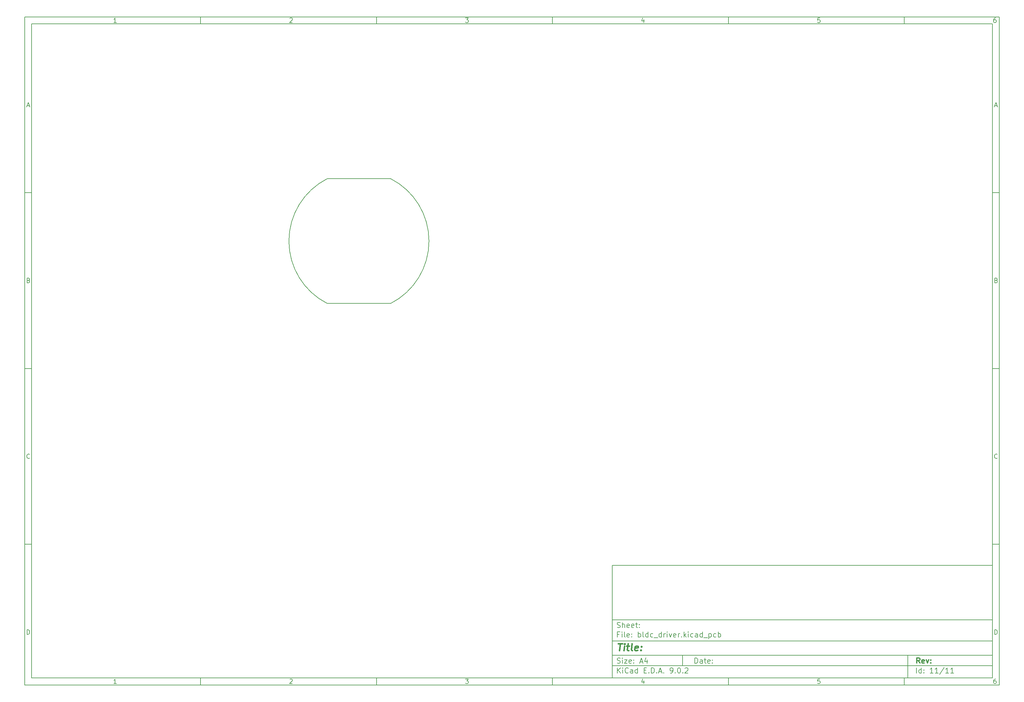
<source format=gbr>
%TF.GenerationSoftware,KiCad,Pcbnew,9.0.2-9.0.2-0~ubuntu22.04.1*%
%TF.CreationDate,2025-06-23T17:33:18+10:00*%
%TF.ProjectId,bldc_driver,626c6463-5f64-4726-9976-65722e6b6963,rev?*%
%TF.SameCoordinates,Original*%
%TF.FileFunction,Profile,NP*%
%FSLAX46Y46*%
G04 Gerber Fmt 4.6, Leading zero omitted, Abs format (unit mm)*
G04 Created by KiCad (PCBNEW 9.0.2-9.0.2-0~ubuntu22.04.1) date 2025-06-23 17:33:18*
%MOMM*%
%LPD*%
G01*
G04 APERTURE LIST*
%ADD10C,0.100000*%
%ADD11C,0.150000*%
%ADD12C,0.300000*%
%ADD13C,0.400000*%
%TA.AperFunction,Profile*%
%ADD14C,0.200000*%
%TD*%
G04 APERTURE END LIST*
D10*
D11*
X177002200Y-166007200D02*
X285002200Y-166007200D01*
X285002200Y-198007200D01*
X177002200Y-198007200D01*
X177002200Y-166007200D01*
D10*
D11*
X10000000Y-10000000D02*
X287002200Y-10000000D01*
X287002200Y-200007200D01*
X10000000Y-200007200D01*
X10000000Y-10000000D01*
D10*
D11*
X12000000Y-12000000D02*
X285002200Y-12000000D01*
X285002200Y-198007200D01*
X12000000Y-198007200D01*
X12000000Y-12000000D01*
D10*
D11*
X60000000Y-12000000D02*
X60000000Y-10000000D01*
D10*
D11*
X110000000Y-12000000D02*
X110000000Y-10000000D01*
D10*
D11*
X160000000Y-12000000D02*
X160000000Y-10000000D01*
D10*
D11*
X210000000Y-12000000D02*
X210000000Y-10000000D01*
D10*
D11*
X260000000Y-12000000D02*
X260000000Y-10000000D01*
D10*
D11*
X36089160Y-11593604D02*
X35346303Y-11593604D01*
X35717731Y-11593604D02*
X35717731Y-10293604D01*
X35717731Y-10293604D02*
X35593922Y-10479319D01*
X35593922Y-10479319D02*
X35470112Y-10603128D01*
X35470112Y-10603128D02*
X35346303Y-10665033D01*
D10*
D11*
X85346303Y-10417414D02*
X85408207Y-10355509D01*
X85408207Y-10355509D02*
X85532017Y-10293604D01*
X85532017Y-10293604D02*
X85841541Y-10293604D01*
X85841541Y-10293604D02*
X85965350Y-10355509D01*
X85965350Y-10355509D02*
X86027255Y-10417414D01*
X86027255Y-10417414D02*
X86089160Y-10541223D01*
X86089160Y-10541223D02*
X86089160Y-10665033D01*
X86089160Y-10665033D02*
X86027255Y-10850747D01*
X86027255Y-10850747D02*
X85284398Y-11593604D01*
X85284398Y-11593604D02*
X86089160Y-11593604D01*
D10*
D11*
X135284398Y-10293604D02*
X136089160Y-10293604D01*
X136089160Y-10293604D02*
X135655826Y-10788842D01*
X135655826Y-10788842D02*
X135841541Y-10788842D01*
X135841541Y-10788842D02*
X135965350Y-10850747D01*
X135965350Y-10850747D02*
X136027255Y-10912652D01*
X136027255Y-10912652D02*
X136089160Y-11036461D01*
X136089160Y-11036461D02*
X136089160Y-11345985D01*
X136089160Y-11345985D02*
X136027255Y-11469795D01*
X136027255Y-11469795D02*
X135965350Y-11531700D01*
X135965350Y-11531700D02*
X135841541Y-11593604D01*
X135841541Y-11593604D02*
X135470112Y-11593604D01*
X135470112Y-11593604D02*
X135346303Y-11531700D01*
X135346303Y-11531700D02*
X135284398Y-11469795D01*
D10*
D11*
X185965350Y-10726938D02*
X185965350Y-11593604D01*
X185655826Y-10231700D02*
X185346303Y-11160271D01*
X185346303Y-11160271D02*
X186151064Y-11160271D01*
D10*
D11*
X236027255Y-10293604D02*
X235408207Y-10293604D01*
X235408207Y-10293604D02*
X235346303Y-10912652D01*
X235346303Y-10912652D02*
X235408207Y-10850747D01*
X235408207Y-10850747D02*
X235532017Y-10788842D01*
X235532017Y-10788842D02*
X235841541Y-10788842D01*
X235841541Y-10788842D02*
X235965350Y-10850747D01*
X235965350Y-10850747D02*
X236027255Y-10912652D01*
X236027255Y-10912652D02*
X236089160Y-11036461D01*
X236089160Y-11036461D02*
X236089160Y-11345985D01*
X236089160Y-11345985D02*
X236027255Y-11469795D01*
X236027255Y-11469795D02*
X235965350Y-11531700D01*
X235965350Y-11531700D02*
X235841541Y-11593604D01*
X235841541Y-11593604D02*
X235532017Y-11593604D01*
X235532017Y-11593604D02*
X235408207Y-11531700D01*
X235408207Y-11531700D02*
X235346303Y-11469795D01*
D10*
D11*
X285965350Y-10293604D02*
X285717731Y-10293604D01*
X285717731Y-10293604D02*
X285593922Y-10355509D01*
X285593922Y-10355509D02*
X285532017Y-10417414D01*
X285532017Y-10417414D02*
X285408207Y-10603128D01*
X285408207Y-10603128D02*
X285346303Y-10850747D01*
X285346303Y-10850747D02*
X285346303Y-11345985D01*
X285346303Y-11345985D02*
X285408207Y-11469795D01*
X285408207Y-11469795D02*
X285470112Y-11531700D01*
X285470112Y-11531700D02*
X285593922Y-11593604D01*
X285593922Y-11593604D02*
X285841541Y-11593604D01*
X285841541Y-11593604D02*
X285965350Y-11531700D01*
X285965350Y-11531700D02*
X286027255Y-11469795D01*
X286027255Y-11469795D02*
X286089160Y-11345985D01*
X286089160Y-11345985D02*
X286089160Y-11036461D01*
X286089160Y-11036461D02*
X286027255Y-10912652D01*
X286027255Y-10912652D02*
X285965350Y-10850747D01*
X285965350Y-10850747D02*
X285841541Y-10788842D01*
X285841541Y-10788842D02*
X285593922Y-10788842D01*
X285593922Y-10788842D02*
X285470112Y-10850747D01*
X285470112Y-10850747D02*
X285408207Y-10912652D01*
X285408207Y-10912652D02*
X285346303Y-11036461D01*
D10*
D11*
X60000000Y-198007200D02*
X60000000Y-200007200D01*
D10*
D11*
X110000000Y-198007200D02*
X110000000Y-200007200D01*
D10*
D11*
X160000000Y-198007200D02*
X160000000Y-200007200D01*
D10*
D11*
X210000000Y-198007200D02*
X210000000Y-200007200D01*
D10*
D11*
X260000000Y-198007200D02*
X260000000Y-200007200D01*
D10*
D11*
X36089160Y-199600804D02*
X35346303Y-199600804D01*
X35717731Y-199600804D02*
X35717731Y-198300804D01*
X35717731Y-198300804D02*
X35593922Y-198486519D01*
X35593922Y-198486519D02*
X35470112Y-198610328D01*
X35470112Y-198610328D02*
X35346303Y-198672233D01*
D10*
D11*
X85346303Y-198424614D02*
X85408207Y-198362709D01*
X85408207Y-198362709D02*
X85532017Y-198300804D01*
X85532017Y-198300804D02*
X85841541Y-198300804D01*
X85841541Y-198300804D02*
X85965350Y-198362709D01*
X85965350Y-198362709D02*
X86027255Y-198424614D01*
X86027255Y-198424614D02*
X86089160Y-198548423D01*
X86089160Y-198548423D02*
X86089160Y-198672233D01*
X86089160Y-198672233D02*
X86027255Y-198857947D01*
X86027255Y-198857947D02*
X85284398Y-199600804D01*
X85284398Y-199600804D02*
X86089160Y-199600804D01*
D10*
D11*
X135284398Y-198300804D02*
X136089160Y-198300804D01*
X136089160Y-198300804D02*
X135655826Y-198796042D01*
X135655826Y-198796042D02*
X135841541Y-198796042D01*
X135841541Y-198796042D02*
X135965350Y-198857947D01*
X135965350Y-198857947D02*
X136027255Y-198919852D01*
X136027255Y-198919852D02*
X136089160Y-199043661D01*
X136089160Y-199043661D02*
X136089160Y-199353185D01*
X136089160Y-199353185D02*
X136027255Y-199476995D01*
X136027255Y-199476995D02*
X135965350Y-199538900D01*
X135965350Y-199538900D02*
X135841541Y-199600804D01*
X135841541Y-199600804D02*
X135470112Y-199600804D01*
X135470112Y-199600804D02*
X135346303Y-199538900D01*
X135346303Y-199538900D02*
X135284398Y-199476995D01*
D10*
D11*
X185965350Y-198734138D02*
X185965350Y-199600804D01*
X185655826Y-198238900D02*
X185346303Y-199167471D01*
X185346303Y-199167471D02*
X186151064Y-199167471D01*
D10*
D11*
X236027255Y-198300804D02*
X235408207Y-198300804D01*
X235408207Y-198300804D02*
X235346303Y-198919852D01*
X235346303Y-198919852D02*
X235408207Y-198857947D01*
X235408207Y-198857947D02*
X235532017Y-198796042D01*
X235532017Y-198796042D02*
X235841541Y-198796042D01*
X235841541Y-198796042D02*
X235965350Y-198857947D01*
X235965350Y-198857947D02*
X236027255Y-198919852D01*
X236027255Y-198919852D02*
X236089160Y-199043661D01*
X236089160Y-199043661D02*
X236089160Y-199353185D01*
X236089160Y-199353185D02*
X236027255Y-199476995D01*
X236027255Y-199476995D02*
X235965350Y-199538900D01*
X235965350Y-199538900D02*
X235841541Y-199600804D01*
X235841541Y-199600804D02*
X235532017Y-199600804D01*
X235532017Y-199600804D02*
X235408207Y-199538900D01*
X235408207Y-199538900D02*
X235346303Y-199476995D01*
D10*
D11*
X285965350Y-198300804D02*
X285717731Y-198300804D01*
X285717731Y-198300804D02*
X285593922Y-198362709D01*
X285593922Y-198362709D02*
X285532017Y-198424614D01*
X285532017Y-198424614D02*
X285408207Y-198610328D01*
X285408207Y-198610328D02*
X285346303Y-198857947D01*
X285346303Y-198857947D02*
X285346303Y-199353185D01*
X285346303Y-199353185D02*
X285408207Y-199476995D01*
X285408207Y-199476995D02*
X285470112Y-199538900D01*
X285470112Y-199538900D02*
X285593922Y-199600804D01*
X285593922Y-199600804D02*
X285841541Y-199600804D01*
X285841541Y-199600804D02*
X285965350Y-199538900D01*
X285965350Y-199538900D02*
X286027255Y-199476995D01*
X286027255Y-199476995D02*
X286089160Y-199353185D01*
X286089160Y-199353185D02*
X286089160Y-199043661D01*
X286089160Y-199043661D02*
X286027255Y-198919852D01*
X286027255Y-198919852D02*
X285965350Y-198857947D01*
X285965350Y-198857947D02*
X285841541Y-198796042D01*
X285841541Y-198796042D02*
X285593922Y-198796042D01*
X285593922Y-198796042D02*
X285470112Y-198857947D01*
X285470112Y-198857947D02*
X285408207Y-198919852D01*
X285408207Y-198919852D02*
X285346303Y-199043661D01*
D10*
D11*
X10000000Y-60000000D02*
X12000000Y-60000000D01*
D10*
D11*
X10000000Y-110000000D02*
X12000000Y-110000000D01*
D10*
D11*
X10000000Y-160000000D02*
X12000000Y-160000000D01*
D10*
D11*
X10690476Y-35222176D02*
X11309523Y-35222176D01*
X10566666Y-35593604D02*
X10999999Y-34293604D01*
X10999999Y-34293604D02*
X11433333Y-35593604D01*
D10*
D11*
X11092857Y-84912652D02*
X11278571Y-84974557D01*
X11278571Y-84974557D02*
X11340476Y-85036461D01*
X11340476Y-85036461D02*
X11402380Y-85160271D01*
X11402380Y-85160271D02*
X11402380Y-85345985D01*
X11402380Y-85345985D02*
X11340476Y-85469795D01*
X11340476Y-85469795D02*
X11278571Y-85531700D01*
X11278571Y-85531700D02*
X11154761Y-85593604D01*
X11154761Y-85593604D02*
X10659523Y-85593604D01*
X10659523Y-85593604D02*
X10659523Y-84293604D01*
X10659523Y-84293604D02*
X11092857Y-84293604D01*
X11092857Y-84293604D02*
X11216666Y-84355509D01*
X11216666Y-84355509D02*
X11278571Y-84417414D01*
X11278571Y-84417414D02*
X11340476Y-84541223D01*
X11340476Y-84541223D02*
X11340476Y-84665033D01*
X11340476Y-84665033D02*
X11278571Y-84788842D01*
X11278571Y-84788842D02*
X11216666Y-84850747D01*
X11216666Y-84850747D02*
X11092857Y-84912652D01*
X11092857Y-84912652D02*
X10659523Y-84912652D01*
D10*
D11*
X11402380Y-135469795D02*
X11340476Y-135531700D01*
X11340476Y-135531700D02*
X11154761Y-135593604D01*
X11154761Y-135593604D02*
X11030952Y-135593604D01*
X11030952Y-135593604D02*
X10845238Y-135531700D01*
X10845238Y-135531700D02*
X10721428Y-135407890D01*
X10721428Y-135407890D02*
X10659523Y-135284080D01*
X10659523Y-135284080D02*
X10597619Y-135036461D01*
X10597619Y-135036461D02*
X10597619Y-134850747D01*
X10597619Y-134850747D02*
X10659523Y-134603128D01*
X10659523Y-134603128D02*
X10721428Y-134479319D01*
X10721428Y-134479319D02*
X10845238Y-134355509D01*
X10845238Y-134355509D02*
X11030952Y-134293604D01*
X11030952Y-134293604D02*
X11154761Y-134293604D01*
X11154761Y-134293604D02*
X11340476Y-134355509D01*
X11340476Y-134355509D02*
X11402380Y-134417414D01*
D10*
D11*
X10659523Y-185593604D02*
X10659523Y-184293604D01*
X10659523Y-184293604D02*
X10969047Y-184293604D01*
X10969047Y-184293604D02*
X11154761Y-184355509D01*
X11154761Y-184355509D02*
X11278571Y-184479319D01*
X11278571Y-184479319D02*
X11340476Y-184603128D01*
X11340476Y-184603128D02*
X11402380Y-184850747D01*
X11402380Y-184850747D02*
X11402380Y-185036461D01*
X11402380Y-185036461D02*
X11340476Y-185284080D01*
X11340476Y-185284080D02*
X11278571Y-185407890D01*
X11278571Y-185407890D02*
X11154761Y-185531700D01*
X11154761Y-185531700D02*
X10969047Y-185593604D01*
X10969047Y-185593604D02*
X10659523Y-185593604D01*
D10*
D11*
X287002200Y-60000000D02*
X285002200Y-60000000D01*
D10*
D11*
X287002200Y-110000000D02*
X285002200Y-110000000D01*
D10*
D11*
X287002200Y-160000000D02*
X285002200Y-160000000D01*
D10*
D11*
X285692676Y-35222176D02*
X286311723Y-35222176D01*
X285568866Y-35593604D02*
X286002199Y-34293604D01*
X286002199Y-34293604D02*
X286435533Y-35593604D01*
D10*
D11*
X286095057Y-84912652D02*
X286280771Y-84974557D01*
X286280771Y-84974557D02*
X286342676Y-85036461D01*
X286342676Y-85036461D02*
X286404580Y-85160271D01*
X286404580Y-85160271D02*
X286404580Y-85345985D01*
X286404580Y-85345985D02*
X286342676Y-85469795D01*
X286342676Y-85469795D02*
X286280771Y-85531700D01*
X286280771Y-85531700D02*
X286156961Y-85593604D01*
X286156961Y-85593604D02*
X285661723Y-85593604D01*
X285661723Y-85593604D02*
X285661723Y-84293604D01*
X285661723Y-84293604D02*
X286095057Y-84293604D01*
X286095057Y-84293604D02*
X286218866Y-84355509D01*
X286218866Y-84355509D02*
X286280771Y-84417414D01*
X286280771Y-84417414D02*
X286342676Y-84541223D01*
X286342676Y-84541223D02*
X286342676Y-84665033D01*
X286342676Y-84665033D02*
X286280771Y-84788842D01*
X286280771Y-84788842D02*
X286218866Y-84850747D01*
X286218866Y-84850747D02*
X286095057Y-84912652D01*
X286095057Y-84912652D02*
X285661723Y-84912652D01*
D10*
D11*
X286404580Y-135469795D02*
X286342676Y-135531700D01*
X286342676Y-135531700D02*
X286156961Y-135593604D01*
X286156961Y-135593604D02*
X286033152Y-135593604D01*
X286033152Y-135593604D02*
X285847438Y-135531700D01*
X285847438Y-135531700D02*
X285723628Y-135407890D01*
X285723628Y-135407890D02*
X285661723Y-135284080D01*
X285661723Y-135284080D02*
X285599819Y-135036461D01*
X285599819Y-135036461D02*
X285599819Y-134850747D01*
X285599819Y-134850747D02*
X285661723Y-134603128D01*
X285661723Y-134603128D02*
X285723628Y-134479319D01*
X285723628Y-134479319D02*
X285847438Y-134355509D01*
X285847438Y-134355509D02*
X286033152Y-134293604D01*
X286033152Y-134293604D02*
X286156961Y-134293604D01*
X286156961Y-134293604D02*
X286342676Y-134355509D01*
X286342676Y-134355509D02*
X286404580Y-134417414D01*
D10*
D11*
X285661723Y-185593604D02*
X285661723Y-184293604D01*
X285661723Y-184293604D02*
X285971247Y-184293604D01*
X285971247Y-184293604D02*
X286156961Y-184355509D01*
X286156961Y-184355509D02*
X286280771Y-184479319D01*
X286280771Y-184479319D02*
X286342676Y-184603128D01*
X286342676Y-184603128D02*
X286404580Y-184850747D01*
X286404580Y-184850747D02*
X286404580Y-185036461D01*
X286404580Y-185036461D02*
X286342676Y-185284080D01*
X286342676Y-185284080D02*
X286280771Y-185407890D01*
X286280771Y-185407890D02*
X286156961Y-185531700D01*
X286156961Y-185531700D02*
X285971247Y-185593604D01*
X285971247Y-185593604D02*
X285661723Y-185593604D01*
D10*
D11*
X200458026Y-193793328D02*
X200458026Y-192293328D01*
X200458026Y-192293328D02*
X200815169Y-192293328D01*
X200815169Y-192293328D02*
X201029455Y-192364757D01*
X201029455Y-192364757D02*
X201172312Y-192507614D01*
X201172312Y-192507614D02*
X201243741Y-192650471D01*
X201243741Y-192650471D02*
X201315169Y-192936185D01*
X201315169Y-192936185D02*
X201315169Y-193150471D01*
X201315169Y-193150471D02*
X201243741Y-193436185D01*
X201243741Y-193436185D02*
X201172312Y-193579042D01*
X201172312Y-193579042D02*
X201029455Y-193721900D01*
X201029455Y-193721900D02*
X200815169Y-193793328D01*
X200815169Y-193793328D02*
X200458026Y-193793328D01*
X202600884Y-193793328D02*
X202600884Y-193007614D01*
X202600884Y-193007614D02*
X202529455Y-192864757D01*
X202529455Y-192864757D02*
X202386598Y-192793328D01*
X202386598Y-192793328D02*
X202100884Y-192793328D01*
X202100884Y-192793328D02*
X201958026Y-192864757D01*
X202600884Y-193721900D02*
X202458026Y-193793328D01*
X202458026Y-193793328D02*
X202100884Y-193793328D01*
X202100884Y-193793328D02*
X201958026Y-193721900D01*
X201958026Y-193721900D02*
X201886598Y-193579042D01*
X201886598Y-193579042D02*
X201886598Y-193436185D01*
X201886598Y-193436185D02*
X201958026Y-193293328D01*
X201958026Y-193293328D02*
X202100884Y-193221900D01*
X202100884Y-193221900D02*
X202458026Y-193221900D01*
X202458026Y-193221900D02*
X202600884Y-193150471D01*
X203100884Y-192793328D02*
X203672312Y-192793328D01*
X203315169Y-192293328D02*
X203315169Y-193579042D01*
X203315169Y-193579042D02*
X203386598Y-193721900D01*
X203386598Y-193721900D02*
X203529455Y-193793328D01*
X203529455Y-193793328D02*
X203672312Y-193793328D01*
X204743741Y-193721900D02*
X204600884Y-193793328D01*
X204600884Y-193793328D02*
X204315170Y-193793328D01*
X204315170Y-193793328D02*
X204172312Y-193721900D01*
X204172312Y-193721900D02*
X204100884Y-193579042D01*
X204100884Y-193579042D02*
X204100884Y-193007614D01*
X204100884Y-193007614D02*
X204172312Y-192864757D01*
X204172312Y-192864757D02*
X204315170Y-192793328D01*
X204315170Y-192793328D02*
X204600884Y-192793328D01*
X204600884Y-192793328D02*
X204743741Y-192864757D01*
X204743741Y-192864757D02*
X204815170Y-193007614D01*
X204815170Y-193007614D02*
X204815170Y-193150471D01*
X204815170Y-193150471D02*
X204100884Y-193293328D01*
X205458026Y-193650471D02*
X205529455Y-193721900D01*
X205529455Y-193721900D02*
X205458026Y-193793328D01*
X205458026Y-193793328D02*
X205386598Y-193721900D01*
X205386598Y-193721900D02*
X205458026Y-193650471D01*
X205458026Y-193650471D02*
X205458026Y-193793328D01*
X205458026Y-192864757D02*
X205529455Y-192936185D01*
X205529455Y-192936185D02*
X205458026Y-193007614D01*
X205458026Y-193007614D02*
X205386598Y-192936185D01*
X205386598Y-192936185D02*
X205458026Y-192864757D01*
X205458026Y-192864757D02*
X205458026Y-193007614D01*
D10*
D11*
X177002200Y-194507200D02*
X285002200Y-194507200D01*
D10*
D11*
X178458026Y-196593328D02*
X178458026Y-195093328D01*
X179315169Y-196593328D02*
X178672312Y-195736185D01*
X179315169Y-195093328D02*
X178458026Y-195950471D01*
X179958026Y-196593328D02*
X179958026Y-195593328D01*
X179958026Y-195093328D02*
X179886598Y-195164757D01*
X179886598Y-195164757D02*
X179958026Y-195236185D01*
X179958026Y-195236185D02*
X180029455Y-195164757D01*
X180029455Y-195164757D02*
X179958026Y-195093328D01*
X179958026Y-195093328D02*
X179958026Y-195236185D01*
X181529455Y-196450471D02*
X181458027Y-196521900D01*
X181458027Y-196521900D02*
X181243741Y-196593328D01*
X181243741Y-196593328D02*
X181100884Y-196593328D01*
X181100884Y-196593328D02*
X180886598Y-196521900D01*
X180886598Y-196521900D02*
X180743741Y-196379042D01*
X180743741Y-196379042D02*
X180672312Y-196236185D01*
X180672312Y-196236185D02*
X180600884Y-195950471D01*
X180600884Y-195950471D02*
X180600884Y-195736185D01*
X180600884Y-195736185D02*
X180672312Y-195450471D01*
X180672312Y-195450471D02*
X180743741Y-195307614D01*
X180743741Y-195307614D02*
X180886598Y-195164757D01*
X180886598Y-195164757D02*
X181100884Y-195093328D01*
X181100884Y-195093328D02*
X181243741Y-195093328D01*
X181243741Y-195093328D02*
X181458027Y-195164757D01*
X181458027Y-195164757D02*
X181529455Y-195236185D01*
X182815170Y-196593328D02*
X182815170Y-195807614D01*
X182815170Y-195807614D02*
X182743741Y-195664757D01*
X182743741Y-195664757D02*
X182600884Y-195593328D01*
X182600884Y-195593328D02*
X182315170Y-195593328D01*
X182315170Y-195593328D02*
X182172312Y-195664757D01*
X182815170Y-196521900D02*
X182672312Y-196593328D01*
X182672312Y-196593328D02*
X182315170Y-196593328D01*
X182315170Y-196593328D02*
X182172312Y-196521900D01*
X182172312Y-196521900D02*
X182100884Y-196379042D01*
X182100884Y-196379042D02*
X182100884Y-196236185D01*
X182100884Y-196236185D02*
X182172312Y-196093328D01*
X182172312Y-196093328D02*
X182315170Y-196021900D01*
X182315170Y-196021900D02*
X182672312Y-196021900D01*
X182672312Y-196021900D02*
X182815170Y-195950471D01*
X184172313Y-196593328D02*
X184172313Y-195093328D01*
X184172313Y-196521900D02*
X184029455Y-196593328D01*
X184029455Y-196593328D02*
X183743741Y-196593328D01*
X183743741Y-196593328D02*
X183600884Y-196521900D01*
X183600884Y-196521900D02*
X183529455Y-196450471D01*
X183529455Y-196450471D02*
X183458027Y-196307614D01*
X183458027Y-196307614D02*
X183458027Y-195879042D01*
X183458027Y-195879042D02*
X183529455Y-195736185D01*
X183529455Y-195736185D02*
X183600884Y-195664757D01*
X183600884Y-195664757D02*
X183743741Y-195593328D01*
X183743741Y-195593328D02*
X184029455Y-195593328D01*
X184029455Y-195593328D02*
X184172313Y-195664757D01*
X186029455Y-195807614D02*
X186529455Y-195807614D01*
X186743741Y-196593328D02*
X186029455Y-196593328D01*
X186029455Y-196593328D02*
X186029455Y-195093328D01*
X186029455Y-195093328D02*
X186743741Y-195093328D01*
X187386598Y-196450471D02*
X187458027Y-196521900D01*
X187458027Y-196521900D02*
X187386598Y-196593328D01*
X187386598Y-196593328D02*
X187315170Y-196521900D01*
X187315170Y-196521900D02*
X187386598Y-196450471D01*
X187386598Y-196450471D02*
X187386598Y-196593328D01*
X188100884Y-196593328D02*
X188100884Y-195093328D01*
X188100884Y-195093328D02*
X188458027Y-195093328D01*
X188458027Y-195093328D02*
X188672313Y-195164757D01*
X188672313Y-195164757D02*
X188815170Y-195307614D01*
X188815170Y-195307614D02*
X188886599Y-195450471D01*
X188886599Y-195450471D02*
X188958027Y-195736185D01*
X188958027Y-195736185D02*
X188958027Y-195950471D01*
X188958027Y-195950471D02*
X188886599Y-196236185D01*
X188886599Y-196236185D02*
X188815170Y-196379042D01*
X188815170Y-196379042D02*
X188672313Y-196521900D01*
X188672313Y-196521900D02*
X188458027Y-196593328D01*
X188458027Y-196593328D02*
X188100884Y-196593328D01*
X189600884Y-196450471D02*
X189672313Y-196521900D01*
X189672313Y-196521900D02*
X189600884Y-196593328D01*
X189600884Y-196593328D02*
X189529456Y-196521900D01*
X189529456Y-196521900D02*
X189600884Y-196450471D01*
X189600884Y-196450471D02*
X189600884Y-196593328D01*
X190243742Y-196164757D02*
X190958028Y-196164757D01*
X190100885Y-196593328D02*
X190600885Y-195093328D01*
X190600885Y-195093328D02*
X191100885Y-196593328D01*
X191600884Y-196450471D02*
X191672313Y-196521900D01*
X191672313Y-196521900D02*
X191600884Y-196593328D01*
X191600884Y-196593328D02*
X191529456Y-196521900D01*
X191529456Y-196521900D02*
X191600884Y-196450471D01*
X191600884Y-196450471D02*
X191600884Y-196593328D01*
X193529456Y-196593328D02*
X193815170Y-196593328D01*
X193815170Y-196593328D02*
X193958027Y-196521900D01*
X193958027Y-196521900D02*
X194029456Y-196450471D01*
X194029456Y-196450471D02*
X194172313Y-196236185D01*
X194172313Y-196236185D02*
X194243742Y-195950471D01*
X194243742Y-195950471D02*
X194243742Y-195379042D01*
X194243742Y-195379042D02*
X194172313Y-195236185D01*
X194172313Y-195236185D02*
X194100885Y-195164757D01*
X194100885Y-195164757D02*
X193958027Y-195093328D01*
X193958027Y-195093328D02*
X193672313Y-195093328D01*
X193672313Y-195093328D02*
X193529456Y-195164757D01*
X193529456Y-195164757D02*
X193458027Y-195236185D01*
X193458027Y-195236185D02*
X193386599Y-195379042D01*
X193386599Y-195379042D02*
X193386599Y-195736185D01*
X193386599Y-195736185D02*
X193458027Y-195879042D01*
X193458027Y-195879042D02*
X193529456Y-195950471D01*
X193529456Y-195950471D02*
X193672313Y-196021900D01*
X193672313Y-196021900D02*
X193958027Y-196021900D01*
X193958027Y-196021900D02*
X194100885Y-195950471D01*
X194100885Y-195950471D02*
X194172313Y-195879042D01*
X194172313Y-195879042D02*
X194243742Y-195736185D01*
X194886598Y-196450471D02*
X194958027Y-196521900D01*
X194958027Y-196521900D02*
X194886598Y-196593328D01*
X194886598Y-196593328D02*
X194815170Y-196521900D01*
X194815170Y-196521900D02*
X194886598Y-196450471D01*
X194886598Y-196450471D02*
X194886598Y-196593328D01*
X195886599Y-195093328D02*
X196029456Y-195093328D01*
X196029456Y-195093328D02*
X196172313Y-195164757D01*
X196172313Y-195164757D02*
X196243742Y-195236185D01*
X196243742Y-195236185D02*
X196315170Y-195379042D01*
X196315170Y-195379042D02*
X196386599Y-195664757D01*
X196386599Y-195664757D02*
X196386599Y-196021900D01*
X196386599Y-196021900D02*
X196315170Y-196307614D01*
X196315170Y-196307614D02*
X196243742Y-196450471D01*
X196243742Y-196450471D02*
X196172313Y-196521900D01*
X196172313Y-196521900D02*
X196029456Y-196593328D01*
X196029456Y-196593328D02*
X195886599Y-196593328D01*
X195886599Y-196593328D02*
X195743742Y-196521900D01*
X195743742Y-196521900D02*
X195672313Y-196450471D01*
X195672313Y-196450471D02*
X195600884Y-196307614D01*
X195600884Y-196307614D02*
X195529456Y-196021900D01*
X195529456Y-196021900D02*
X195529456Y-195664757D01*
X195529456Y-195664757D02*
X195600884Y-195379042D01*
X195600884Y-195379042D02*
X195672313Y-195236185D01*
X195672313Y-195236185D02*
X195743742Y-195164757D01*
X195743742Y-195164757D02*
X195886599Y-195093328D01*
X197029455Y-196450471D02*
X197100884Y-196521900D01*
X197100884Y-196521900D02*
X197029455Y-196593328D01*
X197029455Y-196593328D02*
X196958027Y-196521900D01*
X196958027Y-196521900D02*
X197029455Y-196450471D01*
X197029455Y-196450471D02*
X197029455Y-196593328D01*
X197672313Y-195236185D02*
X197743741Y-195164757D01*
X197743741Y-195164757D02*
X197886599Y-195093328D01*
X197886599Y-195093328D02*
X198243741Y-195093328D01*
X198243741Y-195093328D02*
X198386599Y-195164757D01*
X198386599Y-195164757D02*
X198458027Y-195236185D01*
X198458027Y-195236185D02*
X198529456Y-195379042D01*
X198529456Y-195379042D02*
X198529456Y-195521900D01*
X198529456Y-195521900D02*
X198458027Y-195736185D01*
X198458027Y-195736185D02*
X197600884Y-196593328D01*
X197600884Y-196593328D02*
X198529456Y-196593328D01*
D10*
D11*
X177002200Y-191507200D02*
X285002200Y-191507200D01*
D10*
D12*
X264413853Y-193785528D02*
X263913853Y-193071242D01*
X263556710Y-193785528D02*
X263556710Y-192285528D01*
X263556710Y-192285528D02*
X264128139Y-192285528D01*
X264128139Y-192285528D02*
X264270996Y-192356957D01*
X264270996Y-192356957D02*
X264342425Y-192428385D01*
X264342425Y-192428385D02*
X264413853Y-192571242D01*
X264413853Y-192571242D02*
X264413853Y-192785528D01*
X264413853Y-192785528D02*
X264342425Y-192928385D01*
X264342425Y-192928385D02*
X264270996Y-192999814D01*
X264270996Y-192999814D02*
X264128139Y-193071242D01*
X264128139Y-193071242D02*
X263556710Y-193071242D01*
X265628139Y-193714100D02*
X265485282Y-193785528D01*
X265485282Y-193785528D02*
X265199568Y-193785528D01*
X265199568Y-193785528D02*
X265056710Y-193714100D01*
X265056710Y-193714100D02*
X264985282Y-193571242D01*
X264985282Y-193571242D02*
X264985282Y-192999814D01*
X264985282Y-192999814D02*
X265056710Y-192856957D01*
X265056710Y-192856957D02*
X265199568Y-192785528D01*
X265199568Y-192785528D02*
X265485282Y-192785528D01*
X265485282Y-192785528D02*
X265628139Y-192856957D01*
X265628139Y-192856957D02*
X265699568Y-192999814D01*
X265699568Y-192999814D02*
X265699568Y-193142671D01*
X265699568Y-193142671D02*
X264985282Y-193285528D01*
X266199567Y-192785528D02*
X266556710Y-193785528D01*
X266556710Y-193785528D02*
X266913853Y-192785528D01*
X267485281Y-193642671D02*
X267556710Y-193714100D01*
X267556710Y-193714100D02*
X267485281Y-193785528D01*
X267485281Y-193785528D02*
X267413853Y-193714100D01*
X267413853Y-193714100D02*
X267485281Y-193642671D01*
X267485281Y-193642671D02*
X267485281Y-193785528D01*
X267485281Y-192856957D02*
X267556710Y-192928385D01*
X267556710Y-192928385D02*
X267485281Y-192999814D01*
X267485281Y-192999814D02*
X267413853Y-192928385D01*
X267413853Y-192928385D02*
X267485281Y-192856957D01*
X267485281Y-192856957D02*
X267485281Y-192999814D01*
D10*
D11*
X178386598Y-193721900D02*
X178600884Y-193793328D01*
X178600884Y-193793328D02*
X178958026Y-193793328D01*
X178958026Y-193793328D02*
X179100884Y-193721900D01*
X179100884Y-193721900D02*
X179172312Y-193650471D01*
X179172312Y-193650471D02*
X179243741Y-193507614D01*
X179243741Y-193507614D02*
X179243741Y-193364757D01*
X179243741Y-193364757D02*
X179172312Y-193221900D01*
X179172312Y-193221900D02*
X179100884Y-193150471D01*
X179100884Y-193150471D02*
X178958026Y-193079042D01*
X178958026Y-193079042D02*
X178672312Y-193007614D01*
X178672312Y-193007614D02*
X178529455Y-192936185D01*
X178529455Y-192936185D02*
X178458026Y-192864757D01*
X178458026Y-192864757D02*
X178386598Y-192721900D01*
X178386598Y-192721900D02*
X178386598Y-192579042D01*
X178386598Y-192579042D02*
X178458026Y-192436185D01*
X178458026Y-192436185D02*
X178529455Y-192364757D01*
X178529455Y-192364757D02*
X178672312Y-192293328D01*
X178672312Y-192293328D02*
X179029455Y-192293328D01*
X179029455Y-192293328D02*
X179243741Y-192364757D01*
X179886597Y-193793328D02*
X179886597Y-192793328D01*
X179886597Y-192293328D02*
X179815169Y-192364757D01*
X179815169Y-192364757D02*
X179886597Y-192436185D01*
X179886597Y-192436185D02*
X179958026Y-192364757D01*
X179958026Y-192364757D02*
X179886597Y-192293328D01*
X179886597Y-192293328D02*
X179886597Y-192436185D01*
X180458026Y-192793328D02*
X181243741Y-192793328D01*
X181243741Y-192793328D02*
X180458026Y-193793328D01*
X180458026Y-193793328D02*
X181243741Y-193793328D01*
X182386598Y-193721900D02*
X182243741Y-193793328D01*
X182243741Y-193793328D02*
X181958027Y-193793328D01*
X181958027Y-193793328D02*
X181815169Y-193721900D01*
X181815169Y-193721900D02*
X181743741Y-193579042D01*
X181743741Y-193579042D02*
X181743741Y-193007614D01*
X181743741Y-193007614D02*
X181815169Y-192864757D01*
X181815169Y-192864757D02*
X181958027Y-192793328D01*
X181958027Y-192793328D02*
X182243741Y-192793328D01*
X182243741Y-192793328D02*
X182386598Y-192864757D01*
X182386598Y-192864757D02*
X182458027Y-193007614D01*
X182458027Y-193007614D02*
X182458027Y-193150471D01*
X182458027Y-193150471D02*
X181743741Y-193293328D01*
X183100883Y-193650471D02*
X183172312Y-193721900D01*
X183172312Y-193721900D02*
X183100883Y-193793328D01*
X183100883Y-193793328D02*
X183029455Y-193721900D01*
X183029455Y-193721900D02*
X183100883Y-193650471D01*
X183100883Y-193650471D02*
X183100883Y-193793328D01*
X183100883Y-192864757D02*
X183172312Y-192936185D01*
X183172312Y-192936185D02*
X183100883Y-193007614D01*
X183100883Y-193007614D02*
X183029455Y-192936185D01*
X183029455Y-192936185D02*
X183100883Y-192864757D01*
X183100883Y-192864757D02*
X183100883Y-193007614D01*
X184886598Y-193364757D02*
X185600884Y-193364757D01*
X184743741Y-193793328D02*
X185243741Y-192293328D01*
X185243741Y-192293328D02*
X185743741Y-193793328D01*
X186886598Y-192793328D02*
X186886598Y-193793328D01*
X186529455Y-192221900D02*
X186172312Y-193293328D01*
X186172312Y-193293328D02*
X187100883Y-193293328D01*
D10*
D11*
X263458026Y-196593328D02*
X263458026Y-195093328D01*
X264815170Y-196593328D02*
X264815170Y-195093328D01*
X264815170Y-196521900D02*
X264672312Y-196593328D01*
X264672312Y-196593328D02*
X264386598Y-196593328D01*
X264386598Y-196593328D02*
X264243741Y-196521900D01*
X264243741Y-196521900D02*
X264172312Y-196450471D01*
X264172312Y-196450471D02*
X264100884Y-196307614D01*
X264100884Y-196307614D02*
X264100884Y-195879042D01*
X264100884Y-195879042D02*
X264172312Y-195736185D01*
X264172312Y-195736185D02*
X264243741Y-195664757D01*
X264243741Y-195664757D02*
X264386598Y-195593328D01*
X264386598Y-195593328D02*
X264672312Y-195593328D01*
X264672312Y-195593328D02*
X264815170Y-195664757D01*
X265529455Y-196450471D02*
X265600884Y-196521900D01*
X265600884Y-196521900D02*
X265529455Y-196593328D01*
X265529455Y-196593328D02*
X265458027Y-196521900D01*
X265458027Y-196521900D02*
X265529455Y-196450471D01*
X265529455Y-196450471D02*
X265529455Y-196593328D01*
X265529455Y-195664757D02*
X265600884Y-195736185D01*
X265600884Y-195736185D02*
X265529455Y-195807614D01*
X265529455Y-195807614D02*
X265458027Y-195736185D01*
X265458027Y-195736185D02*
X265529455Y-195664757D01*
X265529455Y-195664757D02*
X265529455Y-195807614D01*
X268172313Y-196593328D02*
X267315170Y-196593328D01*
X267743741Y-196593328D02*
X267743741Y-195093328D01*
X267743741Y-195093328D02*
X267600884Y-195307614D01*
X267600884Y-195307614D02*
X267458027Y-195450471D01*
X267458027Y-195450471D02*
X267315170Y-195521900D01*
X269600884Y-196593328D02*
X268743741Y-196593328D01*
X269172312Y-196593328D02*
X269172312Y-195093328D01*
X269172312Y-195093328D02*
X269029455Y-195307614D01*
X269029455Y-195307614D02*
X268886598Y-195450471D01*
X268886598Y-195450471D02*
X268743741Y-195521900D01*
X271315169Y-195021900D02*
X270029455Y-196950471D01*
X272600884Y-196593328D02*
X271743741Y-196593328D01*
X272172312Y-196593328D02*
X272172312Y-195093328D01*
X272172312Y-195093328D02*
X272029455Y-195307614D01*
X272029455Y-195307614D02*
X271886598Y-195450471D01*
X271886598Y-195450471D02*
X271743741Y-195521900D01*
X274029455Y-196593328D02*
X273172312Y-196593328D01*
X273600883Y-196593328D02*
X273600883Y-195093328D01*
X273600883Y-195093328D02*
X273458026Y-195307614D01*
X273458026Y-195307614D02*
X273315169Y-195450471D01*
X273315169Y-195450471D02*
X273172312Y-195521900D01*
D10*
D11*
X177002200Y-187507200D02*
X285002200Y-187507200D01*
D10*
D13*
X178693928Y-188211638D02*
X179836785Y-188211638D01*
X179015357Y-190211638D02*
X179265357Y-188211638D01*
X180253452Y-190211638D02*
X180420119Y-188878304D01*
X180503452Y-188211638D02*
X180396309Y-188306876D01*
X180396309Y-188306876D02*
X180479643Y-188402114D01*
X180479643Y-188402114D02*
X180586786Y-188306876D01*
X180586786Y-188306876D02*
X180503452Y-188211638D01*
X180503452Y-188211638D02*
X180479643Y-188402114D01*
X181086786Y-188878304D02*
X181848690Y-188878304D01*
X181455833Y-188211638D02*
X181241548Y-189925923D01*
X181241548Y-189925923D02*
X181312976Y-190116400D01*
X181312976Y-190116400D02*
X181491548Y-190211638D01*
X181491548Y-190211638D02*
X181682024Y-190211638D01*
X182634405Y-190211638D02*
X182455833Y-190116400D01*
X182455833Y-190116400D02*
X182384405Y-189925923D01*
X182384405Y-189925923D02*
X182598690Y-188211638D01*
X184170119Y-190116400D02*
X183967738Y-190211638D01*
X183967738Y-190211638D02*
X183586785Y-190211638D01*
X183586785Y-190211638D02*
X183408214Y-190116400D01*
X183408214Y-190116400D02*
X183336785Y-189925923D01*
X183336785Y-189925923D02*
X183432024Y-189164019D01*
X183432024Y-189164019D02*
X183551071Y-188973542D01*
X183551071Y-188973542D02*
X183753452Y-188878304D01*
X183753452Y-188878304D02*
X184134404Y-188878304D01*
X184134404Y-188878304D02*
X184312976Y-188973542D01*
X184312976Y-188973542D02*
X184384404Y-189164019D01*
X184384404Y-189164019D02*
X184360595Y-189354495D01*
X184360595Y-189354495D02*
X183384404Y-189544971D01*
X185134405Y-190021161D02*
X185217738Y-190116400D01*
X185217738Y-190116400D02*
X185110595Y-190211638D01*
X185110595Y-190211638D02*
X185027262Y-190116400D01*
X185027262Y-190116400D02*
X185134405Y-190021161D01*
X185134405Y-190021161D02*
X185110595Y-190211638D01*
X185265357Y-188973542D02*
X185348690Y-189068780D01*
X185348690Y-189068780D02*
X185241548Y-189164019D01*
X185241548Y-189164019D02*
X185158214Y-189068780D01*
X185158214Y-189068780D02*
X185265357Y-188973542D01*
X185265357Y-188973542D02*
X185241548Y-189164019D01*
D10*
D11*
X178958026Y-185607614D02*
X178458026Y-185607614D01*
X178458026Y-186393328D02*
X178458026Y-184893328D01*
X178458026Y-184893328D02*
X179172312Y-184893328D01*
X179743740Y-186393328D02*
X179743740Y-185393328D01*
X179743740Y-184893328D02*
X179672312Y-184964757D01*
X179672312Y-184964757D02*
X179743740Y-185036185D01*
X179743740Y-185036185D02*
X179815169Y-184964757D01*
X179815169Y-184964757D02*
X179743740Y-184893328D01*
X179743740Y-184893328D02*
X179743740Y-185036185D01*
X180672312Y-186393328D02*
X180529455Y-186321900D01*
X180529455Y-186321900D02*
X180458026Y-186179042D01*
X180458026Y-186179042D02*
X180458026Y-184893328D01*
X181815169Y-186321900D02*
X181672312Y-186393328D01*
X181672312Y-186393328D02*
X181386598Y-186393328D01*
X181386598Y-186393328D02*
X181243740Y-186321900D01*
X181243740Y-186321900D02*
X181172312Y-186179042D01*
X181172312Y-186179042D02*
X181172312Y-185607614D01*
X181172312Y-185607614D02*
X181243740Y-185464757D01*
X181243740Y-185464757D02*
X181386598Y-185393328D01*
X181386598Y-185393328D02*
X181672312Y-185393328D01*
X181672312Y-185393328D02*
X181815169Y-185464757D01*
X181815169Y-185464757D02*
X181886598Y-185607614D01*
X181886598Y-185607614D02*
X181886598Y-185750471D01*
X181886598Y-185750471D02*
X181172312Y-185893328D01*
X182529454Y-186250471D02*
X182600883Y-186321900D01*
X182600883Y-186321900D02*
X182529454Y-186393328D01*
X182529454Y-186393328D02*
X182458026Y-186321900D01*
X182458026Y-186321900D02*
X182529454Y-186250471D01*
X182529454Y-186250471D02*
X182529454Y-186393328D01*
X182529454Y-185464757D02*
X182600883Y-185536185D01*
X182600883Y-185536185D02*
X182529454Y-185607614D01*
X182529454Y-185607614D02*
X182458026Y-185536185D01*
X182458026Y-185536185D02*
X182529454Y-185464757D01*
X182529454Y-185464757D02*
X182529454Y-185607614D01*
X184386597Y-186393328D02*
X184386597Y-184893328D01*
X184386597Y-185464757D02*
X184529455Y-185393328D01*
X184529455Y-185393328D02*
X184815169Y-185393328D01*
X184815169Y-185393328D02*
X184958026Y-185464757D01*
X184958026Y-185464757D02*
X185029455Y-185536185D01*
X185029455Y-185536185D02*
X185100883Y-185679042D01*
X185100883Y-185679042D02*
X185100883Y-186107614D01*
X185100883Y-186107614D02*
X185029455Y-186250471D01*
X185029455Y-186250471D02*
X184958026Y-186321900D01*
X184958026Y-186321900D02*
X184815169Y-186393328D01*
X184815169Y-186393328D02*
X184529455Y-186393328D01*
X184529455Y-186393328D02*
X184386597Y-186321900D01*
X185958026Y-186393328D02*
X185815169Y-186321900D01*
X185815169Y-186321900D02*
X185743740Y-186179042D01*
X185743740Y-186179042D02*
X185743740Y-184893328D01*
X187172312Y-186393328D02*
X187172312Y-184893328D01*
X187172312Y-186321900D02*
X187029454Y-186393328D01*
X187029454Y-186393328D02*
X186743740Y-186393328D01*
X186743740Y-186393328D02*
X186600883Y-186321900D01*
X186600883Y-186321900D02*
X186529454Y-186250471D01*
X186529454Y-186250471D02*
X186458026Y-186107614D01*
X186458026Y-186107614D02*
X186458026Y-185679042D01*
X186458026Y-185679042D02*
X186529454Y-185536185D01*
X186529454Y-185536185D02*
X186600883Y-185464757D01*
X186600883Y-185464757D02*
X186743740Y-185393328D01*
X186743740Y-185393328D02*
X187029454Y-185393328D01*
X187029454Y-185393328D02*
X187172312Y-185464757D01*
X188529455Y-186321900D02*
X188386597Y-186393328D01*
X188386597Y-186393328D02*
X188100883Y-186393328D01*
X188100883Y-186393328D02*
X187958026Y-186321900D01*
X187958026Y-186321900D02*
X187886597Y-186250471D01*
X187886597Y-186250471D02*
X187815169Y-186107614D01*
X187815169Y-186107614D02*
X187815169Y-185679042D01*
X187815169Y-185679042D02*
X187886597Y-185536185D01*
X187886597Y-185536185D02*
X187958026Y-185464757D01*
X187958026Y-185464757D02*
X188100883Y-185393328D01*
X188100883Y-185393328D02*
X188386597Y-185393328D01*
X188386597Y-185393328D02*
X188529455Y-185464757D01*
X188815169Y-186536185D02*
X189958026Y-186536185D01*
X190958026Y-186393328D02*
X190958026Y-184893328D01*
X190958026Y-186321900D02*
X190815168Y-186393328D01*
X190815168Y-186393328D02*
X190529454Y-186393328D01*
X190529454Y-186393328D02*
X190386597Y-186321900D01*
X190386597Y-186321900D02*
X190315168Y-186250471D01*
X190315168Y-186250471D02*
X190243740Y-186107614D01*
X190243740Y-186107614D02*
X190243740Y-185679042D01*
X190243740Y-185679042D02*
X190315168Y-185536185D01*
X190315168Y-185536185D02*
X190386597Y-185464757D01*
X190386597Y-185464757D02*
X190529454Y-185393328D01*
X190529454Y-185393328D02*
X190815168Y-185393328D01*
X190815168Y-185393328D02*
X190958026Y-185464757D01*
X191672311Y-186393328D02*
X191672311Y-185393328D01*
X191672311Y-185679042D02*
X191743740Y-185536185D01*
X191743740Y-185536185D02*
X191815169Y-185464757D01*
X191815169Y-185464757D02*
X191958026Y-185393328D01*
X191958026Y-185393328D02*
X192100883Y-185393328D01*
X192600882Y-186393328D02*
X192600882Y-185393328D01*
X192600882Y-184893328D02*
X192529454Y-184964757D01*
X192529454Y-184964757D02*
X192600882Y-185036185D01*
X192600882Y-185036185D02*
X192672311Y-184964757D01*
X192672311Y-184964757D02*
X192600882Y-184893328D01*
X192600882Y-184893328D02*
X192600882Y-185036185D01*
X193172311Y-185393328D02*
X193529454Y-186393328D01*
X193529454Y-186393328D02*
X193886597Y-185393328D01*
X195029454Y-186321900D02*
X194886597Y-186393328D01*
X194886597Y-186393328D02*
X194600883Y-186393328D01*
X194600883Y-186393328D02*
X194458025Y-186321900D01*
X194458025Y-186321900D02*
X194386597Y-186179042D01*
X194386597Y-186179042D02*
X194386597Y-185607614D01*
X194386597Y-185607614D02*
X194458025Y-185464757D01*
X194458025Y-185464757D02*
X194600883Y-185393328D01*
X194600883Y-185393328D02*
X194886597Y-185393328D01*
X194886597Y-185393328D02*
X195029454Y-185464757D01*
X195029454Y-185464757D02*
X195100883Y-185607614D01*
X195100883Y-185607614D02*
X195100883Y-185750471D01*
X195100883Y-185750471D02*
X194386597Y-185893328D01*
X195743739Y-186393328D02*
X195743739Y-185393328D01*
X195743739Y-185679042D02*
X195815168Y-185536185D01*
X195815168Y-185536185D02*
X195886597Y-185464757D01*
X195886597Y-185464757D02*
X196029454Y-185393328D01*
X196029454Y-185393328D02*
X196172311Y-185393328D01*
X196672310Y-186250471D02*
X196743739Y-186321900D01*
X196743739Y-186321900D02*
X196672310Y-186393328D01*
X196672310Y-186393328D02*
X196600882Y-186321900D01*
X196600882Y-186321900D02*
X196672310Y-186250471D01*
X196672310Y-186250471D02*
X196672310Y-186393328D01*
X197386596Y-186393328D02*
X197386596Y-184893328D01*
X197529454Y-185821900D02*
X197958025Y-186393328D01*
X197958025Y-185393328D02*
X197386596Y-185964757D01*
X198600882Y-186393328D02*
X198600882Y-185393328D01*
X198600882Y-184893328D02*
X198529454Y-184964757D01*
X198529454Y-184964757D02*
X198600882Y-185036185D01*
X198600882Y-185036185D02*
X198672311Y-184964757D01*
X198672311Y-184964757D02*
X198600882Y-184893328D01*
X198600882Y-184893328D02*
X198600882Y-185036185D01*
X199958026Y-186321900D02*
X199815168Y-186393328D01*
X199815168Y-186393328D02*
X199529454Y-186393328D01*
X199529454Y-186393328D02*
X199386597Y-186321900D01*
X199386597Y-186321900D02*
X199315168Y-186250471D01*
X199315168Y-186250471D02*
X199243740Y-186107614D01*
X199243740Y-186107614D02*
X199243740Y-185679042D01*
X199243740Y-185679042D02*
X199315168Y-185536185D01*
X199315168Y-185536185D02*
X199386597Y-185464757D01*
X199386597Y-185464757D02*
X199529454Y-185393328D01*
X199529454Y-185393328D02*
X199815168Y-185393328D01*
X199815168Y-185393328D02*
X199958026Y-185464757D01*
X201243740Y-186393328D02*
X201243740Y-185607614D01*
X201243740Y-185607614D02*
X201172311Y-185464757D01*
X201172311Y-185464757D02*
X201029454Y-185393328D01*
X201029454Y-185393328D02*
X200743740Y-185393328D01*
X200743740Y-185393328D02*
X200600882Y-185464757D01*
X201243740Y-186321900D02*
X201100882Y-186393328D01*
X201100882Y-186393328D02*
X200743740Y-186393328D01*
X200743740Y-186393328D02*
X200600882Y-186321900D01*
X200600882Y-186321900D02*
X200529454Y-186179042D01*
X200529454Y-186179042D02*
X200529454Y-186036185D01*
X200529454Y-186036185D02*
X200600882Y-185893328D01*
X200600882Y-185893328D02*
X200743740Y-185821900D01*
X200743740Y-185821900D02*
X201100882Y-185821900D01*
X201100882Y-185821900D02*
X201243740Y-185750471D01*
X202600883Y-186393328D02*
X202600883Y-184893328D01*
X202600883Y-186321900D02*
X202458025Y-186393328D01*
X202458025Y-186393328D02*
X202172311Y-186393328D01*
X202172311Y-186393328D02*
X202029454Y-186321900D01*
X202029454Y-186321900D02*
X201958025Y-186250471D01*
X201958025Y-186250471D02*
X201886597Y-186107614D01*
X201886597Y-186107614D02*
X201886597Y-185679042D01*
X201886597Y-185679042D02*
X201958025Y-185536185D01*
X201958025Y-185536185D02*
X202029454Y-185464757D01*
X202029454Y-185464757D02*
X202172311Y-185393328D01*
X202172311Y-185393328D02*
X202458025Y-185393328D01*
X202458025Y-185393328D02*
X202600883Y-185464757D01*
X202958026Y-186536185D02*
X204100883Y-186536185D01*
X204458025Y-185393328D02*
X204458025Y-186893328D01*
X204458025Y-185464757D02*
X204600883Y-185393328D01*
X204600883Y-185393328D02*
X204886597Y-185393328D01*
X204886597Y-185393328D02*
X205029454Y-185464757D01*
X205029454Y-185464757D02*
X205100883Y-185536185D01*
X205100883Y-185536185D02*
X205172311Y-185679042D01*
X205172311Y-185679042D02*
X205172311Y-186107614D01*
X205172311Y-186107614D02*
X205100883Y-186250471D01*
X205100883Y-186250471D02*
X205029454Y-186321900D01*
X205029454Y-186321900D02*
X204886597Y-186393328D01*
X204886597Y-186393328D02*
X204600883Y-186393328D01*
X204600883Y-186393328D02*
X204458025Y-186321900D01*
X206458026Y-186321900D02*
X206315168Y-186393328D01*
X206315168Y-186393328D02*
X206029454Y-186393328D01*
X206029454Y-186393328D02*
X205886597Y-186321900D01*
X205886597Y-186321900D02*
X205815168Y-186250471D01*
X205815168Y-186250471D02*
X205743740Y-186107614D01*
X205743740Y-186107614D02*
X205743740Y-185679042D01*
X205743740Y-185679042D02*
X205815168Y-185536185D01*
X205815168Y-185536185D02*
X205886597Y-185464757D01*
X205886597Y-185464757D02*
X206029454Y-185393328D01*
X206029454Y-185393328D02*
X206315168Y-185393328D01*
X206315168Y-185393328D02*
X206458026Y-185464757D01*
X207100882Y-186393328D02*
X207100882Y-184893328D01*
X207100882Y-185464757D02*
X207243740Y-185393328D01*
X207243740Y-185393328D02*
X207529454Y-185393328D01*
X207529454Y-185393328D02*
X207672311Y-185464757D01*
X207672311Y-185464757D02*
X207743740Y-185536185D01*
X207743740Y-185536185D02*
X207815168Y-185679042D01*
X207815168Y-185679042D02*
X207815168Y-186107614D01*
X207815168Y-186107614D02*
X207743740Y-186250471D01*
X207743740Y-186250471D02*
X207672311Y-186321900D01*
X207672311Y-186321900D02*
X207529454Y-186393328D01*
X207529454Y-186393328D02*
X207243740Y-186393328D01*
X207243740Y-186393328D02*
X207100882Y-186321900D01*
D10*
D11*
X177002200Y-181507200D02*
X285002200Y-181507200D01*
D10*
D11*
X178386598Y-183621900D02*
X178600884Y-183693328D01*
X178600884Y-183693328D02*
X178958026Y-183693328D01*
X178958026Y-183693328D02*
X179100884Y-183621900D01*
X179100884Y-183621900D02*
X179172312Y-183550471D01*
X179172312Y-183550471D02*
X179243741Y-183407614D01*
X179243741Y-183407614D02*
X179243741Y-183264757D01*
X179243741Y-183264757D02*
X179172312Y-183121900D01*
X179172312Y-183121900D02*
X179100884Y-183050471D01*
X179100884Y-183050471D02*
X178958026Y-182979042D01*
X178958026Y-182979042D02*
X178672312Y-182907614D01*
X178672312Y-182907614D02*
X178529455Y-182836185D01*
X178529455Y-182836185D02*
X178458026Y-182764757D01*
X178458026Y-182764757D02*
X178386598Y-182621900D01*
X178386598Y-182621900D02*
X178386598Y-182479042D01*
X178386598Y-182479042D02*
X178458026Y-182336185D01*
X178458026Y-182336185D02*
X178529455Y-182264757D01*
X178529455Y-182264757D02*
X178672312Y-182193328D01*
X178672312Y-182193328D02*
X179029455Y-182193328D01*
X179029455Y-182193328D02*
X179243741Y-182264757D01*
X179886597Y-183693328D02*
X179886597Y-182193328D01*
X180529455Y-183693328D02*
X180529455Y-182907614D01*
X180529455Y-182907614D02*
X180458026Y-182764757D01*
X180458026Y-182764757D02*
X180315169Y-182693328D01*
X180315169Y-182693328D02*
X180100883Y-182693328D01*
X180100883Y-182693328D02*
X179958026Y-182764757D01*
X179958026Y-182764757D02*
X179886597Y-182836185D01*
X181815169Y-183621900D02*
X181672312Y-183693328D01*
X181672312Y-183693328D02*
X181386598Y-183693328D01*
X181386598Y-183693328D02*
X181243740Y-183621900D01*
X181243740Y-183621900D02*
X181172312Y-183479042D01*
X181172312Y-183479042D02*
X181172312Y-182907614D01*
X181172312Y-182907614D02*
X181243740Y-182764757D01*
X181243740Y-182764757D02*
X181386598Y-182693328D01*
X181386598Y-182693328D02*
X181672312Y-182693328D01*
X181672312Y-182693328D02*
X181815169Y-182764757D01*
X181815169Y-182764757D02*
X181886598Y-182907614D01*
X181886598Y-182907614D02*
X181886598Y-183050471D01*
X181886598Y-183050471D02*
X181172312Y-183193328D01*
X183100883Y-183621900D02*
X182958026Y-183693328D01*
X182958026Y-183693328D02*
X182672312Y-183693328D01*
X182672312Y-183693328D02*
X182529454Y-183621900D01*
X182529454Y-183621900D02*
X182458026Y-183479042D01*
X182458026Y-183479042D02*
X182458026Y-182907614D01*
X182458026Y-182907614D02*
X182529454Y-182764757D01*
X182529454Y-182764757D02*
X182672312Y-182693328D01*
X182672312Y-182693328D02*
X182958026Y-182693328D01*
X182958026Y-182693328D02*
X183100883Y-182764757D01*
X183100883Y-182764757D02*
X183172312Y-182907614D01*
X183172312Y-182907614D02*
X183172312Y-183050471D01*
X183172312Y-183050471D02*
X182458026Y-183193328D01*
X183600883Y-182693328D02*
X184172311Y-182693328D01*
X183815168Y-182193328D02*
X183815168Y-183479042D01*
X183815168Y-183479042D02*
X183886597Y-183621900D01*
X183886597Y-183621900D02*
X184029454Y-183693328D01*
X184029454Y-183693328D02*
X184172311Y-183693328D01*
X184672311Y-183550471D02*
X184743740Y-183621900D01*
X184743740Y-183621900D02*
X184672311Y-183693328D01*
X184672311Y-183693328D02*
X184600883Y-183621900D01*
X184600883Y-183621900D02*
X184672311Y-183550471D01*
X184672311Y-183550471D02*
X184672311Y-183693328D01*
X184672311Y-182764757D02*
X184743740Y-182836185D01*
X184743740Y-182836185D02*
X184672311Y-182907614D01*
X184672311Y-182907614D02*
X184600883Y-182836185D01*
X184600883Y-182836185D02*
X184672311Y-182764757D01*
X184672311Y-182764757D02*
X184672311Y-182907614D01*
D10*
D11*
X197002200Y-191507200D02*
X197002200Y-194507200D01*
D10*
D11*
X261002200Y-191507200D02*
X261002200Y-198007200D01*
D14*
X96000000Y-91500000D02*
G75*
G02*
X96000000Y-56000000I9000000J17750000D01*
G01*
X96000000Y-91500000D02*
X114000000Y-91500000D01*
X96000000Y-56000000D02*
X114000000Y-56000000D01*
X114000000Y-56000000D02*
G75*
G02*
X113999999Y-91500000I-9000000J-17750000D01*
G01*
M02*

</source>
